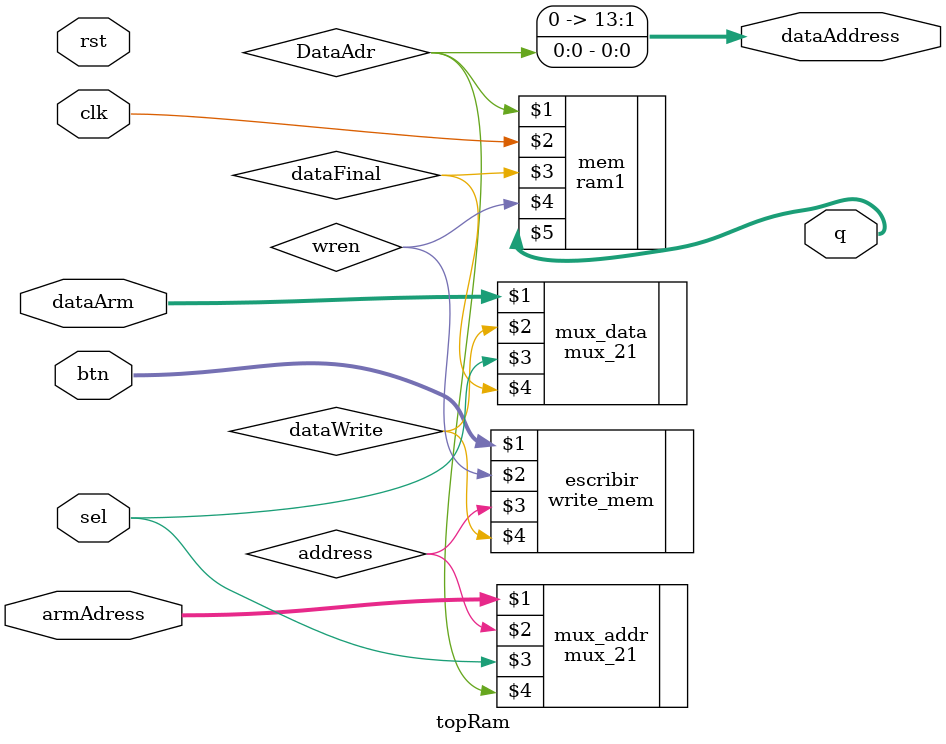
<source format=sv>
module topRam(input logic clk, rst,sel,
				  input logic [2:0] btn,
				  input [13:0] armAdress,
				  input [7:0] dataArm,
				  output [7:0] q,
				  output [13:0] dataAddress);
				  
	logic wren, seconds,address,DataAdr,dataFinal;
	
	mux_21 mux_addr(armAdress,address,sel,DataAdr);
	mux_21 mux_data(dataArm,dataWrite,sel,dataFinal);

	ram1 mem(DataAdr, clk, dataFinal, wren, q);

	write_mem escribir(btn, wren, address, dataWrite);
	assign dataAddress=DataAdr;

endmodule
</source>
